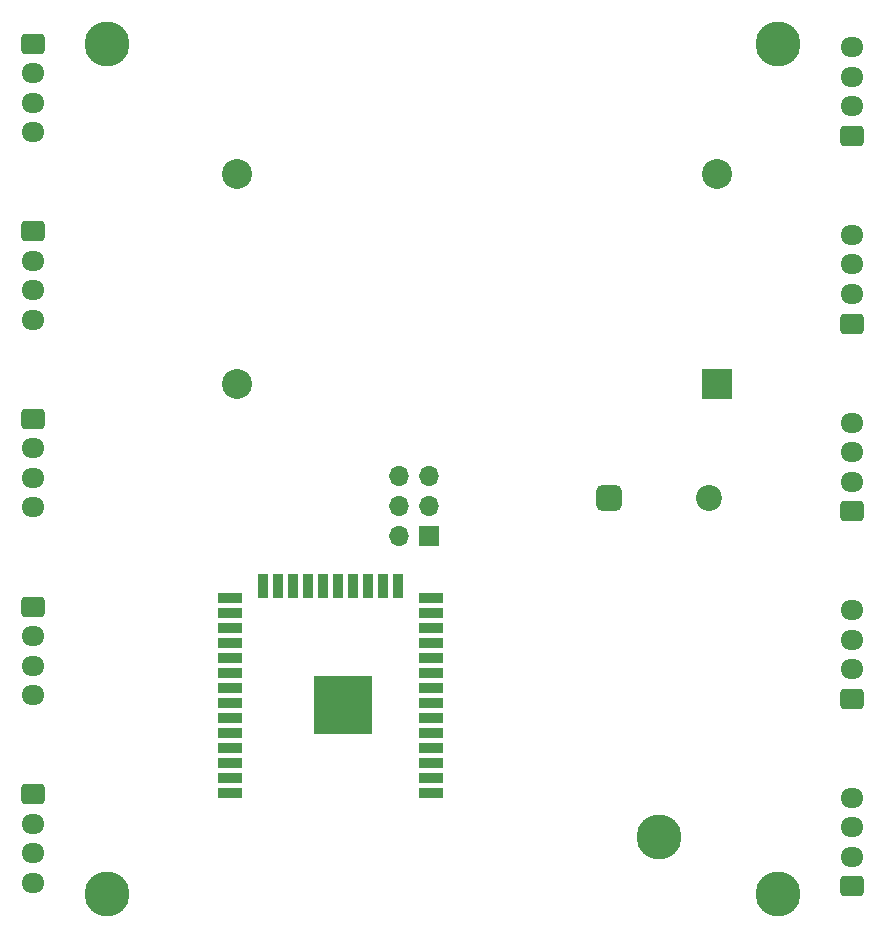
<source format=gts>
%TF.GenerationSoftware,KiCad,Pcbnew,(6.0.6)*%
%TF.CreationDate,2022-12-02T03:24:18-05:00*%
%TF.ProjectId,esp32-wled,65737033-322d-4776-9c65-642e6b696361,rev?*%
%TF.SameCoordinates,Original*%
%TF.FileFunction,Soldermask,Top*%
%TF.FilePolarity,Negative*%
%FSLAX46Y46*%
G04 Gerber Fmt 4.6, Leading zero omitted, Abs format (unit mm)*
G04 Created by KiCad (PCBNEW (6.0.6)) date 2022-12-02 03:24:18*
%MOMM*%
%LPD*%
G01*
G04 APERTURE LIST*
G04 Aperture macros list*
%AMRoundRect*
0 Rectangle with rounded corners*
0 $1 Rounding radius*
0 $2 $3 $4 $5 $6 $7 $8 $9 X,Y pos of 4 corners*
0 Add a 4 corners polygon primitive as box body*
4,1,4,$2,$3,$4,$5,$6,$7,$8,$9,$2,$3,0*
0 Add four circle primitives for the rounded corners*
1,1,$1+$1,$2,$3*
1,1,$1+$1,$4,$5*
1,1,$1+$1,$6,$7*
1,1,$1+$1,$8,$9*
0 Add four rect primitives between the rounded corners*
20,1,$1+$1,$2,$3,$4,$5,0*
20,1,$1+$1,$4,$5,$6,$7,0*
20,1,$1+$1,$6,$7,$8,$9,0*
20,1,$1+$1,$8,$9,$2,$3,0*%
G04 Aperture macros list end*
%ADD10R,5.000000X5.000000*%
%ADD11R,2.000000X0.900000*%
%ADD12R,0.900000X2.000000*%
%ADD13RoundRect,0.550000X-0.550000X-0.550000X0.550000X-0.550000X0.550000X0.550000X-0.550000X0.550000X0*%
%ADD14RoundRect,0.250000X0.725000X-0.600000X0.725000X0.600000X-0.725000X0.600000X-0.725000X-0.600000X0*%
%ADD15O,1.950000X1.700000*%
%ADD16C,3.800000*%
%ADD17RoundRect,0.250000X-0.725000X0.600000X-0.725000X-0.600000X0.725000X-0.600000X0.725000X0.600000X0*%
%ADD18R,1.700000X1.700000*%
%ADD19O,1.700000X1.700000*%
%ADD20R,2.540000X2.540000*%
%ADD21C,2.540000*%
%ADD22C,2.200000*%
G04 APERTURE END LIST*
D10*
%TO.C,U1*%
X139988800Y-122725800D03*
D11*
X130488800Y-130225800D03*
X130488800Y-128955800D03*
X130488800Y-127685800D03*
X130488800Y-126415800D03*
X130488800Y-125145800D03*
X130488800Y-123875800D03*
X130488800Y-122605800D03*
X130488800Y-121335800D03*
X130488800Y-120065800D03*
X130488800Y-118795800D03*
X130488800Y-117525800D03*
X130488800Y-116255800D03*
X130488800Y-114985800D03*
X130488800Y-113715800D03*
D12*
X133273800Y-112715800D03*
X134543800Y-112715800D03*
X135813800Y-112715800D03*
X137083800Y-112715800D03*
X138353800Y-112715800D03*
X139623800Y-112715800D03*
X140893800Y-112715800D03*
X142163800Y-112715800D03*
X143433800Y-112715800D03*
X144703800Y-112715800D03*
D11*
X147488800Y-113715800D03*
X147488800Y-114985800D03*
X147488800Y-116255800D03*
X147488800Y-117525800D03*
X147488800Y-118795800D03*
X147488800Y-120065800D03*
X147488800Y-121335800D03*
X147488800Y-122605800D03*
X147488800Y-123875800D03*
X147488800Y-125145800D03*
X147488800Y-126415800D03*
X147488800Y-127685800D03*
X147488800Y-128955800D03*
X147488800Y-130225800D03*
%TD*%
D13*
%TO.C,12V*%
X162509200Y-105260400D03*
%TD*%
D14*
%TO.C,LED10-GPIO27*%
X183138400Y-74565200D03*
D15*
X183138400Y-72065200D03*
X183138400Y-69565200D03*
X183138400Y-67065200D03*
%TD*%
D16*
%TO.C, *%
X120038400Y-138766800D03*
%TD*%
D17*
%TO.C,LED1-GPIO4*%
X113741200Y-66751200D03*
D15*
X113741200Y-69251200D03*
X113741200Y-71751200D03*
X113741200Y-74251200D03*
%TD*%
D17*
%TO.C,LED3-GPIO17*%
X113741200Y-98526600D03*
D15*
X113741200Y-101026600D03*
X113741200Y-103526600D03*
X113741200Y-106026600D03*
%TD*%
D18*
%TO.C,H1*%
X147320000Y-108432600D03*
D19*
X144780000Y-108432600D03*
X147320000Y-105892600D03*
X144780000Y-105892600D03*
X147320000Y-103352600D03*
X144780000Y-103352600D03*
%TD*%
D20*
%TO.C,U2*%
X171704000Y-95605600D03*
D21*
X171704000Y-77825600D03*
X131064000Y-77825600D03*
X131064000Y-95605600D03*
%TD*%
D14*
%TO.C,LED6-GPIO32*%
X183138400Y-138116000D03*
D15*
X183138400Y-135616000D03*
X183138400Y-133116000D03*
X183138400Y-130616000D03*
%TD*%
D16*
%TO.C, *%
X166776400Y-133946400D03*
%TD*%
D17*
%TO.C,LED2-GPIO16*%
X113741200Y-82638900D03*
D15*
X113741200Y-85138900D03*
X113741200Y-87638900D03*
X113741200Y-90138900D03*
%TD*%
D22*
%TO.C,GND*%
X171015200Y-105260400D03*
%TD*%
D14*
%TO.C,LED9-GPIO26*%
X183138400Y-90452900D03*
D15*
X183138400Y-87952900D03*
X183138400Y-85452900D03*
X183138400Y-82952900D03*
%TD*%
D16*
%TO.C, *%
X176836800Y-138766800D03*
%TD*%
D17*
%TO.C,LED5-GPIO23*%
X113741200Y-130302000D03*
D15*
X113741200Y-132802000D03*
X113741200Y-135302000D03*
X113741200Y-137802000D03*
%TD*%
D16*
%TO.C, *%
X120038400Y-66804800D03*
%TD*%
D14*
%TO.C,LED7-GPIO33*%
X183138400Y-122228300D03*
D15*
X183138400Y-119728300D03*
X183138400Y-117228300D03*
X183138400Y-114728300D03*
%TD*%
D14*
%TO.C,LED8-GPIO25*%
X183138400Y-106340600D03*
D15*
X183138400Y-103840600D03*
X183138400Y-101340600D03*
X183138400Y-98840600D03*
%TD*%
D16*
%TO.C, *%
X176836800Y-66804800D03*
%TD*%
D17*
%TO.C,LED4-GPIO22*%
X113741200Y-114414300D03*
D15*
X113741200Y-116914300D03*
X113741200Y-119414300D03*
X113741200Y-121914300D03*
%TD*%
M02*

</source>
